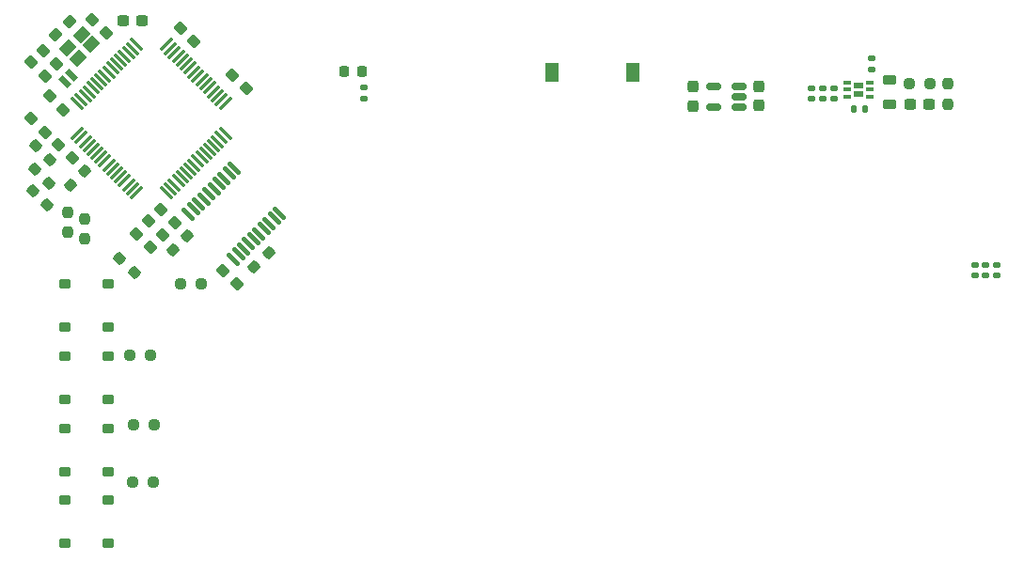
<source format=gbp>
G04 #@! TF.GenerationSoftware,KiCad,Pcbnew,7.0.2-0*
G04 #@! TF.CreationDate,2023-10-08T21:39:02-05:00*
G04 #@! TF.ProjectId,spudglo_business_card,73707564-676c-46f5-9f62-7573696e6573,rev?*
G04 #@! TF.SameCoordinates,Original*
G04 #@! TF.FileFunction,Paste,Bot*
G04 #@! TF.FilePolarity,Positive*
%FSLAX46Y46*%
G04 Gerber Fmt 4.6, Leading zero omitted, Abs format (unit mm)*
G04 Created by KiCad (PCBNEW 7.0.2-0) date 2023-10-08 21:39:02*
%MOMM*%
%LPD*%
G01*
G04 APERTURE LIST*
G04 Aperture macros list*
%AMRoundRect*
0 Rectangle with rounded corners*
0 $1 Rounding radius*
0 $2 $3 $4 $5 $6 $7 $8 $9 X,Y pos of 4 corners*
0 Add a 4 corners polygon primitive as box body*
4,1,4,$2,$3,$4,$5,$6,$7,$8,$9,$2,$3,0*
0 Add four circle primitives for the rounded corners*
1,1,$1+$1,$2,$3*
1,1,$1+$1,$4,$5*
1,1,$1+$1,$6,$7*
1,1,$1+$1,$8,$9*
0 Add four rect primitives between the rounded corners*
20,1,$1+$1,$2,$3,$4,$5,0*
20,1,$1+$1,$4,$5,$6,$7,0*
20,1,$1+$1,$6,$7,$8,$9,0*
20,1,$1+$1,$8,$9,$2,$3,0*%
%AMRotRect*
0 Rectangle, with rotation*
0 The origin of the aperture is its center*
0 $1 length*
0 $2 width*
0 $3 Rotation angle, in degrees counterclockwise*
0 Add horizontal line*
21,1,$1,$2,0,0,$3*%
G04 Aperture macros list end*
%ADD10RoundRect,0.237500X0.250000X0.237500X-0.250000X0.237500X-0.250000X-0.237500X0.250000X-0.237500X0*%
%ADD11RoundRect,0.225000X0.275000X0.225000X-0.275000X0.225000X-0.275000X-0.225000X0.275000X-0.225000X0*%
%ADD12RoundRect,0.237500X-0.008839X-0.344715X0.344715X0.008839X0.008839X0.344715X-0.344715X-0.008839X0*%
%ADD13RoundRect,0.237500X0.380070X-0.044194X-0.044194X0.380070X-0.380070X0.044194X0.044194X-0.380070X0*%
%ADD14RoundRect,0.237500X0.300000X0.237500X-0.300000X0.237500X-0.300000X-0.237500X0.300000X-0.237500X0*%
%ADD15RoundRect,0.237500X-0.380070X0.044194X0.044194X-0.380070X0.380070X-0.044194X-0.044194X0.380070X0*%
%ADD16RoundRect,0.135000X0.185000X-0.135000X0.185000X0.135000X-0.185000X0.135000X-0.185000X-0.135000X0*%
%ADD17RoundRect,0.237500X0.008839X0.344715X-0.344715X-0.008839X-0.008839X-0.344715X0.344715X0.008839X0*%
%ADD18RoundRect,0.218750X0.218750X0.256250X-0.218750X0.256250X-0.218750X-0.256250X0.218750X-0.256250X0*%
%ADD19RoundRect,0.075000X-0.548008X0.441942X0.441942X-0.548008X0.548008X-0.441942X-0.441942X0.548008X0*%
%ADD20RoundRect,0.075000X-0.548008X-0.441942X-0.441942X-0.548008X0.548008X0.441942X0.441942X0.548008X0*%
%ADD21R,1.193800X1.676400*%
%ADD22RoundRect,0.237500X-0.237500X0.300000X-0.237500X-0.300000X0.237500X-0.300000X0.237500X0.300000X0*%
%ADD23RoundRect,0.140000X-0.170000X0.140000X-0.170000X-0.140000X0.170000X-0.140000X0.170000X0.140000X0*%
%ADD24RoundRect,0.237500X0.344715X-0.008839X-0.008839X0.344715X-0.344715X0.008839X0.008839X-0.344715X0*%
%ADD25RoundRect,0.237500X0.237500X-0.250000X0.237500X0.250000X-0.237500X0.250000X-0.237500X-0.250000X0*%
%ADD26RoundRect,0.135000X-0.185000X0.135000X-0.185000X-0.135000X0.185000X-0.135000X0.185000X0.135000X0*%
%ADD27RoundRect,0.237500X-0.344715X0.008839X0.008839X-0.344715X0.344715X-0.008839X-0.008839X0.344715X0*%
%ADD28RoundRect,0.140000X0.140000X0.170000X-0.140000X0.170000X-0.140000X-0.170000X0.140000X-0.170000X0*%
%ADD29RoundRect,0.237500X-0.044194X-0.380070X0.380070X0.044194X0.044194X0.380070X-0.380070X-0.044194X0*%
%ADD30RoundRect,0.100000X-0.521491X0.380070X0.380070X-0.521491X0.521491X-0.380070X-0.380070X0.521491X0*%
%ADD31R,0.820000X0.630000*%
%ADD32R,0.650000X0.350000*%
%ADD33RoundRect,0.218750X0.381250X-0.218750X0.381250X0.218750X-0.381250X0.218750X-0.381250X-0.218750X0*%
%ADD34RotRect,1.000000X1.200000X135.000000*%
%ADD35RotRect,0.575000X1.140000X45.000000*%
%ADD36RoundRect,0.150000X0.512500X0.150000X-0.512500X0.150000X-0.512500X-0.150000X0.512500X-0.150000X0*%
G04 APERTURE END LIST*
D10*
X257500000Y-85480000D03*
X255675000Y-85480000D03*
D11*
X183500000Y-123000000D03*
X183500000Y-126900000D03*
X179650000Y-123000000D03*
X179650000Y-126900000D03*
D12*
X196690000Y-101960000D03*
X197980470Y-100669530D03*
D13*
X183349762Y-80929758D03*
X182130002Y-79709998D03*
D14*
X257450000Y-87300000D03*
X255725000Y-87300000D03*
D15*
X193880240Y-102290240D03*
X195100000Y-103510000D03*
D16*
X252260000Y-84210000D03*
X252260000Y-83190000D03*
D17*
X181440001Y-93309999D03*
X180149531Y-94600469D03*
D18*
X206357500Y-84340000D03*
X204782500Y-84340000D03*
D19*
X180758541Y-87246054D03*
X181112094Y-86892501D03*
X181465647Y-86538948D03*
X181819201Y-86185394D03*
X182172754Y-85831841D03*
X182526308Y-85478287D03*
X182879861Y-85124734D03*
X183233414Y-84771181D03*
X183586968Y-84417627D03*
X183940521Y-84064074D03*
X184294074Y-83710521D03*
X184647628Y-83356967D03*
X185001181Y-83003414D03*
X185354735Y-82649860D03*
X185708288Y-82296307D03*
X186061841Y-81942754D03*
D20*
X188784203Y-81942754D03*
X189137756Y-82296307D03*
X189491309Y-82649860D03*
X189844863Y-83003414D03*
X190198416Y-83356967D03*
X190551970Y-83710521D03*
X190905523Y-84064074D03*
X191259076Y-84417627D03*
X191612630Y-84771181D03*
X191966183Y-85124734D03*
X192319736Y-85478287D03*
X192673290Y-85831841D03*
X193026843Y-86185394D03*
X193380397Y-86538948D03*
X193733950Y-86892501D03*
X194087503Y-87246054D03*
D19*
X194087503Y-89968416D03*
X193733950Y-90321969D03*
X193380397Y-90675522D03*
X193026843Y-91029076D03*
X192673290Y-91382629D03*
X192319736Y-91736183D03*
X191966183Y-92089736D03*
X191612630Y-92443289D03*
X191259076Y-92796843D03*
X190905523Y-93150396D03*
X190551970Y-93503949D03*
X190198416Y-93857503D03*
X189844863Y-94211056D03*
X189491309Y-94564610D03*
X189137756Y-94918163D03*
X188784203Y-95271716D03*
D20*
X186061841Y-95271716D03*
X185708288Y-94918163D03*
X185354735Y-94564610D03*
X185001181Y-94211056D03*
X184647628Y-93857503D03*
X184294074Y-93503949D03*
X183940521Y-93150396D03*
X183586968Y-92796843D03*
X183233414Y-92443289D03*
X182879861Y-92089736D03*
X182526308Y-91736183D03*
X182172754Y-91382629D03*
X181819201Y-91029076D03*
X181465647Y-90675522D03*
X181112094Y-90321969D03*
X180758541Y-89968416D03*
D13*
X177840000Y-84750000D03*
X176620240Y-83530240D03*
D21*
X223492400Y-84440000D03*
X230807600Y-84440000D03*
D22*
X242142500Y-85725000D03*
X242142500Y-87450000D03*
D15*
X188311061Y-96783297D03*
X189530821Y-98003057D03*
D23*
X263520000Y-101780000D03*
X263520000Y-102740000D03*
X261560000Y-101770000D03*
X261560000Y-102730000D03*
D24*
X185870000Y-102490000D03*
X184579530Y-101199530D03*
D15*
X186081181Y-98983414D03*
X187300941Y-100203174D03*
D13*
X178890000Y-83680000D03*
X177670240Y-82460240D03*
D25*
X179850000Y-98845000D03*
X179850000Y-97020000D03*
D23*
X246880001Y-85870000D03*
X246880001Y-86830000D03*
D10*
X187580000Y-121390000D03*
X185755000Y-121390000D03*
D26*
X206580000Y-85780000D03*
X206580000Y-86800000D03*
D27*
X176779530Y-95129530D03*
X178070000Y-96420000D03*
D13*
X179509760Y-87819760D03*
X178290000Y-86600000D03*
D15*
X179080000Y-90950000D03*
X180299760Y-92169760D03*
D23*
X262540000Y-101770000D03*
X262540000Y-102730000D03*
D13*
X177830000Y-89830000D03*
X176610240Y-88610240D03*
D12*
X189379530Y-100430470D03*
X190670000Y-99140000D03*
D11*
X183500000Y-116500000D03*
X183500000Y-120400000D03*
X179650000Y-116500000D03*
X179650000Y-120400000D03*
D23*
X247880000Y-85860000D03*
X247880000Y-86820000D03*
D28*
X251660000Y-87759999D03*
X250700000Y-87759999D03*
D25*
X181399998Y-99440003D03*
X181399998Y-97615003D03*
D10*
X191890000Y-103500000D03*
X190065000Y-103500000D03*
D24*
X178280000Y-92360000D03*
X176989530Y-91069530D03*
D10*
X187650000Y-116190000D03*
X185825000Y-116190000D03*
D29*
X178830120Y-81079880D03*
X180049880Y-79860120D03*
D11*
X183500000Y-103500000D03*
X183500000Y-107400000D03*
X179650000Y-103500000D03*
X179650000Y-107400000D03*
D30*
X190762323Y-97222272D03*
X191221942Y-96762653D03*
X191681561Y-96303033D03*
X192141181Y-95843414D03*
X192600800Y-95383795D03*
X193060420Y-94924175D03*
X193520039Y-94464556D03*
X193979658Y-94004936D03*
X194439278Y-93545317D03*
X194898897Y-93085698D03*
X198947083Y-97133884D03*
X198487464Y-97593503D03*
X198027845Y-98053123D03*
X197568225Y-98512742D03*
X197108606Y-98972361D03*
X196648986Y-99431981D03*
X196189367Y-99891600D03*
X195729748Y-100351220D03*
X195270128Y-100810839D03*
X194810509Y-101270458D03*
D23*
X248860000Y-85860000D03*
X248860000Y-86820000D03*
D31*
X251090000Y-85590000D03*
X251090000Y-86390000D03*
D32*
X250040000Y-86640000D03*
X250040000Y-85990000D03*
X250040000Y-85340000D03*
X252140000Y-85340000D03*
X252140000Y-85990000D03*
X252140000Y-86640000D03*
D14*
X186620009Y-79780011D03*
X184895009Y-79780011D03*
D33*
X253900000Y-87282500D03*
X253900000Y-85157500D03*
D27*
X176890000Y-93160000D03*
X178180470Y-94450470D03*
D22*
X236222500Y-85727500D03*
X236222500Y-87452500D03*
D34*
X182042081Y-81937919D03*
X180840000Y-83140000D03*
X179920761Y-82220761D03*
X181122842Y-81018680D03*
D10*
X187340000Y-109920000D03*
X185515000Y-109920000D03*
D25*
X259120000Y-87310000D03*
X259120000Y-85485000D03*
D35*
X179608318Y-85301682D03*
X180191682Y-84718318D03*
D13*
X195963293Y-85881852D03*
X194743533Y-84662092D03*
D36*
X240330000Y-85690000D03*
X240330000Y-86640000D03*
X240330000Y-87590000D03*
X238055000Y-87590000D03*
X238055000Y-85690000D03*
D15*
X187211061Y-97853297D03*
X188430821Y-99073057D03*
D13*
X191259760Y-81659760D03*
X190040000Y-80440000D03*
D11*
X183500000Y-110000000D03*
X183500000Y-113900000D03*
X179650000Y-110000000D03*
X179650000Y-113900000D03*
M02*

</source>
